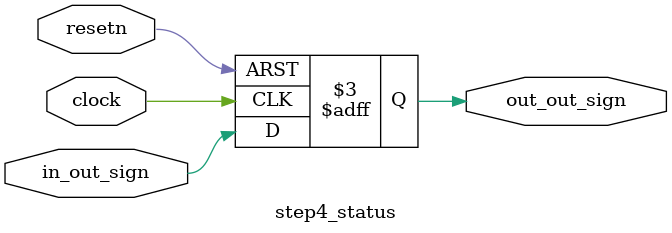
<source format=v>
`timescale 1ns / 1ps
module step4_status(clock, resetn, in_out_sign, out_out_sign);
	input clock, resetn;
	
	input in_out_sign;
	
	output reg out_out_sign;
	
	always@(posedge clock, negedge resetn) begin
		if(!resetn) begin
			out_out_sign <=0;
		end
		else begin	
			out_out_sign <= in_out_sign;
		end
	end	

endmodule

</source>
